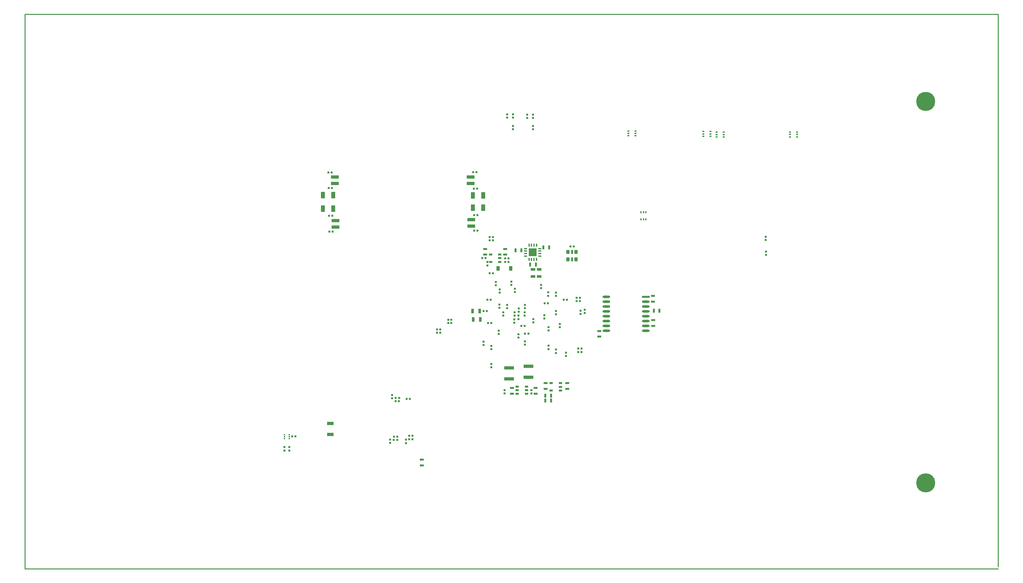
<source format=gbr>
G04 Layer_Color=128*
%FSLAX43Y43*%
%MOMM*%
%TF.FileFunction,Paste,Bot*%
%TF.Part,Single*%
G01*
G75*
%TA.AperFunction,SMDPad,CuDef*%
%ADD23R,1.000X0.600*%
%ADD24R,0.550X0.600*%
%ADD25R,0.600X0.550*%
%ADD26R,0.600X1.000*%
%ADD30R,0.700X1.300*%
%ADD31R,1.700X0.900*%
%ADD32R,1.300X0.700*%
%ADD33R,2.600X0.900*%
%TA.AperFunction,NonConductor*%
%ADD60C,0.254*%
%TA.AperFunction,SMDPad,CuDef*%
%ADD115R,2.100X0.900*%
%ADD116R,0.600X0.420*%
%ADD117O,0.600X0.420*%
%ADD118R,0.950X0.600*%
%ADD119O,0.950X0.300*%
%ADD120O,0.300X0.950*%
%ADD121R,2.100X2.100*%
%ADD122R,0.420X0.600*%
%ADD123O,0.420X0.600*%
%ADD124R,2.000X0.600*%
%ADD125O,2.000X0.600*%
%ADD126R,0.450X0.343*%
%ADD127R,0.900X1.000*%
%ADD128R,0.500X1.000*%
%ADD129R,0.910X1.220*%
%ADD130R,1.100X1.700*%
%ADD133C,5.000*%
D23*
X145148Y100394D02*
D03*
Y98894D02*
D03*
X123246Y45124D02*
D03*
Y43624D02*
D03*
X183918Y81700D02*
D03*
Y80200D02*
D03*
X169744Y77380D02*
D03*
Y78880D02*
D03*
X183800Y86550D02*
D03*
Y88050D02*
D03*
X146901Y62420D02*
D03*
Y63920D02*
D03*
X153048Y62420D02*
D03*
Y63920D02*
D03*
X155740Y65215D02*
D03*
Y63715D02*
D03*
X161404Y65190D02*
D03*
Y63690D02*
D03*
X139891Y98894D02*
D03*
Y100394D02*
D03*
D24*
X119156Y49511D02*
D03*
Y50361D02*
D03*
X115473Y62071D02*
D03*
Y61221D02*
D03*
X115016Y49537D02*
D03*
Y50387D02*
D03*
X140500Y96952D02*
D03*
Y96075D02*
D03*
X119969Y51404D02*
D03*
Y50527D02*
D03*
X120858Y50500D02*
D03*
Y51377D02*
D03*
X88583Y47556D02*
D03*
Y48433D02*
D03*
X87262Y47556D02*
D03*
Y48433D02*
D03*
X152387Y131757D02*
D03*
Y132634D02*
D03*
X147155Y131757D02*
D03*
Y132634D02*
D03*
X152387Y135604D02*
D03*
Y134727D02*
D03*
X150889Y135578D02*
D03*
Y134701D02*
D03*
X147155Y135680D02*
D03*
Y134803D02*
D03*
X145631Y135680D02*
D03*
Y134803D02*
D03*
X141059Y103525D02*
D03*
Y102648D02*
D03*
X141897Y103525D02*
D03*
Y102648D02*
D03*
X131000Y81852D02*
D03*
Y80975D02*
D03*
X130200Y81852D02*
D03*
Y80975D02*
D03*
X164706Y87606D02*
D03*
Y86729D02*
D03*
X163868Y87606D02*
D03*
Y86729D02*
D03*
X127267Y79268D02*
D03*
Y78391D02*
D03*
X128130Y79268D02*
D03*
Y78391D02*
D03*
X166000Y84452D02*
D03*
Y83575D02*
D03*
X164833Y84196D02*
D03*
Y83319D02*
D03*
X161049Y72287D02*
D03*
Y73164D02*
D03*
X213398Y102723D02*
D03*
Y103600D02*
D03*
X213424Y99715D02*
D03*
Y98838D02*
D03*
X165100Y74252D02*
D03*
Y73375D02*
D03*
X150254Y75292D02*
D03*
Y76169D02*
D03*
X144920Y62542D02*
D03*
Y63392D02*
D03*
X151956Y62491D02*
D03*
Y63341D02*
D03*
X142659Y91713D02*
D03*
Y90863D02*
D03*
X146698Y91789D02*
D03*
Y90939D02*
D03*
X143650Y88932D02*
D03*
Y89782D02*
D03*
X147638Y89059D02*
D03*
Y89909D02*
D03*
X148654Y83903D02*
D03*
Y84753D02*
D03*
X150254Y84843D02*
D03*
Y85693D02*
D03*
X150203Y82887D02*
D03*
Y83737D02*
D03*
X148600Y77175D02*
D03*
Y78025D02*
D03*
X145631Y84843D02*
D03*
Y85693D02*
D03*
X144590Y83762D02*
D03*
Y82912D02*
D03*
X148603Y82023D02*
D03*
Y82873D02*
D03*
X147612Y83762D02*
D03*
Y82912D02*
D03*
X143599Y84919D02*
D03*
Y85769D02*
D03*
X158433Y83217D02*
D03*
Y84067D02*
D03*
X155385Y82125D02*
D03*
Y82975D02*
D03*
X159423Y79890D02*
D03*
Y80740D02*
D03*
X143421Y78061D02*
D03*
Y78911D02*
D03*
X139500Y76025D02*
D03*
Y75175D02*
D03*
X141500Y74075D02*
D03*
Y74925D02*
D03*
Y70225D02*
D03*
Y69375D02*
D03*
X152464Y81109D02*
D03*
Y81959D02*
D03*
X156477Y79026D02*
D03*
Y79876D02*
D03*
X156451Y74999D02*
D03*
Y74149D02*
D03*
X158458Y73133D02*
D03*
Y73983D02*
D03*
X154500Y90925D02*
D03*
Y90075D02*
D03*
X156401Y88969D02*
D03*
Y88119D02*
D03*
X158400Y88925D02*
D03*
Y88075D02*
D03*
X147500Y81925D02*
D03*
Y81075D02*
D03*
X164300Y73375D02*
D03*
Y74252D02*
D03*
D25*
X120125Y61100D02*
D03*
X119275D02*
D03*
X139108Y97968D02*
D03*
X139985D02*
D03*
X145981Y97892D02*
D03*
X145104D02*
D03*
X115961Y50292D02*
D03*
X116838D02*
D03*
X116418Y60452D02*
D03*
X117295D02*
D03*
X116865Y51130D02*
D03*
X115988D02*
D03*
X117322Y61290D02*
D03*
X116445D02*
D03*
X141943Y94031D02*
D03*
X141066D02*
D03*
X90178Y51283D02*
D03*
X89301D02*
D03*
X99025Y109094D02*
D03*
X99875D02*
D03*
X99076Y104954D02*
D03*
X99926D02*
D03*
X137750Y116180D02*
D03*
X136900D02*
D03*
X137598Y120498D02*
D03*
X136748D02*
D03*
X98927Y116332D02*
D03*
X99777D02*
D03*
X98826Y120447D02*
D03*
X99676D02*
D03*
X137877Y109245D02*
D03*
X137027D02*
D03*
X137877Y105156D02*
D03*
X137027D02*
D03*
X145104Y96926D02*
D03*
X145954D02*
D03*
X150222Y80188D02*
D03*
X149372D02*
D03*
X150337Y78181D02*
D03*
X151187D02*
D03*
X140325Y84100D02*
D03*
X139475D02*
D03*
X140456Y87046D02*
D03*
X141306D02*
D03*
X141459Y80924D02*
D03*
X140609D02*
D03*
X156325Y86100D02*
D03*
X155475D02*
D03*
X160446Y87020D02*
D03*
X161296D02*
D03*
X163074Y101067D02*
D03*
X162224D02*
D03*
D26*
X155625Y60630D02*
D03*
X157125D02*
D03*
X157125Y61900D02*
D03*
X155625D02*
D03*
X151691Y96317D02*
D03*
X153191D02*
D03*
X149353Y100051D02*
D03*
X147853D02*
D03*
X155140Y100757D02*
D03*
X156640D02*
D03*
X184050Y84200D02*
D03*
X185550D02*
D03*
D30*
X136750Y81900D02*
D03*
X138650D02*
D03*
X138450Y84100D02*
D03*
X136550D02*
D03*
D31*
X99335Y54670D02*
D03*
Y51770D02*
D03*
D32*
X152400Y95050D02*
D03*
Y93150D02*
D03*
X154000Y93150D02*
D03*
Y95050D02*
D03*
D33*
X146164Y66317D02*
D03*
Y69217D02*
D03*
X151200Y69650D02*
D03*
Y66750D02*
D03*
D60*
X19305Y161910D02*
X274285D01*
X19305Y16576D02*
X274285D01*
X19305Y16576D02*
Y161910D01*
X274285Y17008D02*
Y161910D01*
D115*
X100669Y107836D02*
D03*
Y106136D02*
D03*
X136106Y117514D02*
D03*
Y119214D02*
D03*
X100470Y117539D02*
D03*
Y119239D02*
D03*
X136233Y108063D02*
D03*
Y106363D02*
D03*
D116*
X219702Y129773D02*
D03*
Y130393D02*
D03*
Y131013D02*
D03*
X221602Y129773D02*
D03*
Y130393D02*
D03*
X202370Y130983D02*
D03*
Y130363D02*
D03*
Y129743D02*
D03*
X200470Y130983D02*
D03*
Y130363D02*
D03*
X177356Y130668D02*
D03*
Y131288D02*
D03*
X179256Y130048D02*
D03*
Y130668D02*
D03*
Y131288D02*
D03*
X198920Y130520D02*
D03*
Y129900D02*
D03*
X197020Y131140D02*
D03*
Y130520D02*
D03*
Y129900D02*
D03*
D117*
X221602Y131013D02*
D03*
X200470Y129743D02*
D03*
X177356Y130048D02*
D03*
X198920Y131140D02*
D03*
D118*
X150717Y63348D02*
D03*
Y64298D02*
D03*
Y62398D02*
D03*
X148267D02*
D03*
Y64298D02*
D03*
Y63348D02*
D03*
X159581Y63287D02*
D03*
Y65187D02*
D03*
Y64237D02*
D03*
X157131Y63287D02*
D03*
Y65187D02*
D03*
X143732Y96992D02*
D03*
Y98892D02*
D03*
Y97942D02*
D03*
X141282Y96992D02*
D03*
Y98892D02*
D03*
D119*
X154216Y98512D02*
D03*
Y100462D02*
D03*
Y99162D02*
D03*
Y99812D02*
D03*
X150466Y98512D02*
D03*
Y100462D02*
D03*
Y99162D02*
D03*
Y99812D02*
D03*
D120*
X153316Y97612D02*
D03*
Y101362D02*
D03*
X152666Y97612D02*
D03*
X152016D02*
D03*
X151366D02*
D03*
X152666Y101362D02*
D03*
X152016D02*
D03*
X151366D02*
D03*
D121*
X152341Y99487D02*
D03*
D122*
X181953Y110028D02*
D03*
X181333D02*
D03*
X180713D02*
D03*
X181333Y108128D02*
D03*
X180713D02*
D03*
D123*
X181953D02*
D03*
D124*
X181966Y87808D02*
D03*
D125*
Y86538D02*
D03*
Y85268D02*
D03*
Y83998D02*
D03*
Y82728D02*
D03*
Y81458D02*
D03*
Y80188D02*
D03*
Y78918D02*
D03*
X171666Y87808D02*
D03*
Y86538D02*
D03*
Y85268D02*
D03*
Y83998D02*
D03*
Y82728D02*
D03*
Y81458D02*
D03*
Y80188D02*
D03*
Y78918D02*
D03*
D126*
X87323Y51669D02*
D03*
Y51169D02*
D03*
Y50669D02*
D03*
X88573D02*
D03*
Y51169D02*
D03*
Y51669D02*
D03*
D127*
X161549Y97653D02*
D03*
Y99553D02*
D03*
X163699Y97653D02*
D03*
Y99553D02*
D03*
D128*
X162624Y97653D02*
D03*
Y99553D02*
D03*
D129*
X143265Y95300D02*
D03*
X146535D02*
D03*
D130*
X100063Y110947D02*
D03*
X97363D02*
D03*
X136686Y114376D02*
D03*
X139386D02*
D03*
X100067Y114513D02*
D03*
X97367D02*
D03*
X136686Y111216D02*
D03*
X139386D02*
D03*
D133*
X255285Y139040D02*
D03*
Y39040D02*
D03*
%TF.MD5,b3fc9adb77ce5bc87a77c16587d9c7ee*%
M02*

</source>
